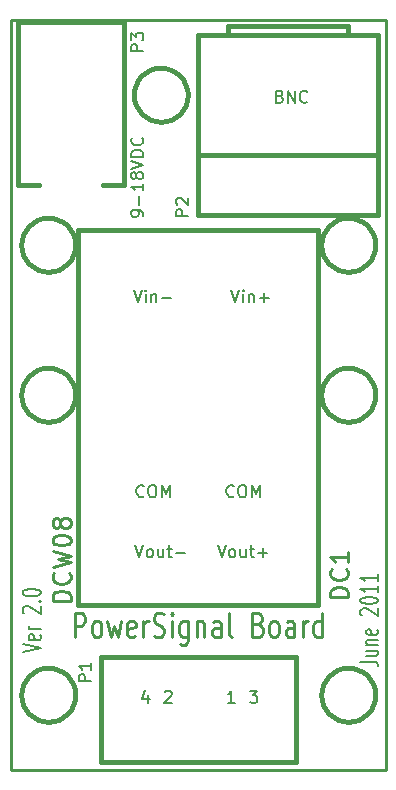
<source format=gto>
G04 (created by PCBNEW-RS274X (2010-03-14)-final) date Fri 10 Jun 2011 04:11:06 PM PDT*
G01*
G70*
G90*
%MOIN*%
G04 Gerber Fmt 3.4, Leading zero omitted, Abs format*
%FSLAX34Y34*%
G04 APERTURE LIST*
%ADD10C,0.006000*%
%ADD11C,0.009000*%
%ADD12C,0.006700*%
%ADD13C,0.010000*%
%ADD14C,0.015000*%
G04 APERTURE END LIST*
G54D10*
G54D11*
X52250Y-29000D02*
X52250Y-54000D01*
X64750Y-29000D02*
X52250Y-29000D01*
X64750Y-54000D02*
X64750Y-29000D01*
X52250Y-54000D02*
X64750Y-54000D01*
G54D12*
X63893Y-50390D02*
X64321Y-50390D01*
X64407Y-50410D01*
X64464Y-50448D01*
X64493Y-50505D01*
X64493Y-50543D01*
X64093Y-50028D02*
X64493Y-50028D01*
X64093Y-50200D02*
X64407Y-50200D01*
X64464Y-50181D01*
X64493Y-50143D01*
X64493Y-50085D01*
X64464Y-50047D01*
X64436Y-50028D01*
X64093Y-49838D02*
X64493Y-49838D01*
X64150Y-49838D02*
X64121Y-49819D01*
X64093Y-49781D01*
X64093Y-49723D01*
X64121Y-49685D01*
X64179Y-49666D01*
X64493Y-49666D01*
X64464Y-49323D02*
X64493Y-49361D01*
X64493Y-49438D01*
X64464Y-49476D01*
X64407Y-49495D01*
X64179Y-49495D01*
X64121Y-49476D01*
X64093Y-49438D01*
X64093Y-49361D01*
X64121Y-49323D01*
X64179Y-49304D01*
X64236Y-49304D01*
X64293Y-49495D01*
X63950Y-48847D02*
X63921Y-48828D01*
X63893Y-48790D01*
X63893Y-48694D01*
X63921Y-48656D01*
X63950Y-48637D01*
X64007Y-48618D01*
X64064Y-48618D01*
X64150Y-48637D01*
X64493Y-48866D01*
X64493Y-48618D01*
X63893Y-48371D02*
X63893Y-48332D01*
X63921Y-48294D01*
X63950Y-48275D01*
X64007Y-48256D01*
X64121Y-48237D01*
X64264Y-48237D01*
X64379Y-48256D01*
X64436Y-48275D01*
X64464Y-48294D01*
X64493Y-48332D01*
X64493Y-48371D01*
X64464Y-48409D01*
X64436Y-48428D01*
X64379Y-48447D01*
X64264Y-48466D01*
X64121Y-48466D01*
X64007Y-48447D01*
X63950Y-48428D01*
X63921Y-48409D01*
X63893Y-48371D01*
X64493Y-47856D02*
X64493Y-48085D01*
X64493Y-47971D02*
X63893Y-47971D01*
X63979Y-48009D01*
X64036Y-48047D01*
X64064Y-48085D01*
X64493Y-47475D02*
X64493Y-47704D01*
X64493Y-47590D02*
X63893Y-47590D01*
X63979Y-47628D01*
X64036Y-47666D01*
X64064Y-47704D01*
X52643Y-50057D02*
X53243Y-49924D01*
X52643Y-49790D01*
X53214Y-49504D02*
X53243Y-49542D01*
X53243Y-49619D01*
X53214Y-49657D01*
X53157Y-49676D01*
X52929Y-49676D01*
X52871Y-49657D01*
X52843Y-49619D01*
X52843Y-49542D01*
X52871Y-49504D01*
X52929Y-49485D01*
X52986Y-49485D01*
X53043Y-49676D01*
X53243Y-49314D02*
X52843Y-49314D01*
X52957Y-49314D02*
X52900Y-49295D01*
X52871Y-49276D01*
X52843Y-49238D01*
X52843Y-49199D01*
X52700Y-48780D02*
X52671Y-48761D01*
X52643Y-48723D01*
X52643Y-48627D01*
X52671Y-48589D01*
X52700Y-48570D01*
X52757Y-48551D01*
X52814Y-48551D01*
X52900Y-48570D01*
X53243Y-48799D01*
X53243Y-48551D01*
X53186Y-48380D02*
X53214Y-48361D01*
X53243Y-48380D01*
X53214Y-48399D01*
X53186Y-48380D01*
X53243Y-48380D01*
X52643Y-48114D02*
X52643Y-48075D01*
X52671Y-48037D01*
X52700Y-48018D01*
X52757Y-47999D01*
X52871Y-47980D01*
X53014Y-47980D01*
X53129Y-47999D01*
X53186Y-48018D01*
X53214Y-48037D01*
X53243Y-48075D01*
X53243Y-48114D01*
X53214Y-48152D01*
X53186Y-48171D01*
X53129Y-48190D01*
X53014Y-48209D01*
X52871Y-48209D01*
X52757Y-48190D01*
X52700Y-48171D01*
X52671Y-48152D01*
X52643Y-48114D01*
G54D13*
X54386Y-49574D02*
X54386Y-48774D01*
X54614Y-48774D01*
X54672Y-48812D01*
X54700Y-48850D01*
X54729Y-48926D01*
X54729Y-49040D01*
X54700Y-49117D01*
X54672Y-49155D01*
X54614Y-49193D01*
X54386Y-49193D01*
X55072Y-49574D02*
X55014Y-49536D01*
X54986Y-49498D01*
X54957Y-49421D01*
X54957Y-49193D01*
X54986Y-49117D01*
X55014Y-49079D01*
X55072Y-49040D01*
X55157Y-49040D01*
X55214Y-49079D01*
X55243Y-49117D01*
X55272Y-49193D01*
X55272Y-49421D01*
X55243Y-49498D01*
X55214Y-49536D01*
X55157Y-49574D01*
X55072Y-49574D01*
X55472Y-49040D02*
X55586Y-49574D01*
X55700Y-49193D01*
X55815Y-49574D01*
X55929Y-49040D01*
X56386Y-49536D02*
X56329Y-49574D01*
X56215Y-49574D01*
X56158Y-49536D01*
X56129Y-49460D01*
X56129Y-49155D01*
X56158Y-49079D01*
X56215Y-49040D01*
X56329Y-49040D01*
X56386Y-49079D01*
X56415Y-49155D01*
X56415Y-49231D01*
X56129Y-49307D01*
X56672Y-49574D02*
X56672Y-49040D01*
X56672Y-49193D02*
X56700Y-49117D01*
X56729Y-49079D01*
X56786Y-49040D01*
X56843Y-49040D01*
X57014Y-49536D02*
X57100Y-49574D01*
X57243Y-49574D01*
X57300Y-49536D01*
X57329Y-49498D01*
X57357Y-49421D01*
X57357Y-49345D01*
X57329Y-49269D01*
X57300Y-49231D01*
X57243Y-49193D01*
X57129Y-49155D01*
X57071Y-49117D01*
X57043Y-49079D01*
X57014Y-49002D01*
X57014Y-48926D01*
X57043Y-48850D01*
X57071Y-48812D01*
X57129Y-48774D01*
X57271Y-48774D01*
X57357Y-48812D01*
X57614Y-49574D02*
X57614Y-49040D01*
X57614Y-48774D02*
X57585Y-48812D01*
X57614Y-48850D01*
X57642Y-48812D01*
X57614Y-48774D01*
X57614Y-48850D01*
X58157Y-49040D02*
X58157Y-49688D01*
X58128Y-49764D01*
X58100Y-49802D01*
X58043Y-49840D01*
X57957Y-49840D01*
X57900Y-49802D01*
X58157Y-49536D02*
X58100Y-49574D01*
X57986Y-49574D01*
X57928Y-49536D01*
X57900Y-49498D01*
X57871Y-49421D01*
X57871Y-49193D01*
X57900Y-49117D01*
X57928Y-49079D01*
X57986Y-49040D01*
X58100Y-49040D01*
X58157Y-49079D01*
X58443Y-49040D02*
X58443Y-49574D01*
X58443Y-49117D02*
X58471Y-49079D01*
X58529Y-49040D01*
X58614Y-49040D01*
X58671Y-49079D01*
X58700Y-49155D01*
X58700Y-49574D01*
X59243Y-49574D02*
X59243Y-49155D01*
X59214Y-49079D01*
X59157Y-49040D01*
X59043Y-49040D01*
X58986Y-49079D01*
X59243Y-49536D02*
X59186Y-49574D01*
X59043Y-49574D01*
X58986Y-49536D01*
X58957Y-49460D01*
X58957Y-49383D01*
X58986Y-49307D01*
X59043Y-49269D01*
X59186Y-49269D01*
X59243Y-49231D01*
X59615Y-49574D02*
X59557Y-49536D01*
X59529Y-49460D01*
X59529Y-48774D01*
X60500Y-49155D02*
X60586Y-49193D01*
X60614Y-49231D01*
X60643Y-49307D01*
X60643Y-49421D01*
X60614Y-49498D01*
X60586Y-49536D01*
X60528Y-49574D01*
X60300Y-49574D01*
X60300Y-48774D01*
X60500Y-48774D01*
X60557Y-48812D01*
X60586Y-48850D01*
X60614Y-48926D01*
X60614Y-49002D01*
X60586Y-49079D01*
X60557Y-49117D01*
X60500Y-49155D01*
X60300Y-49155D01*
X60986Y-49574D02*
X60928Y-49536D01*
X60900Y-49498D01*
X60871Y-49421D01*
X60871Y-49193D01*
X60900Y-49117D01*
X60928Y-49079D01*
X60986Y-49040D01*
X61071Y-49040D01*
X61128Y-49079D01*
X61157Y-49117D01*
X61186Y-49193D01*
X61186Y-49421D01*
X61157Y-49498D01*
X61128Y-49536D01*
X61071Y-49574D01*
X60986Y-49574D01*
X61700Y-49574D02*
X61700Y-49155D01*
X61671Y-49079D01*
X61614Y-49040D01*
X61500Y-49040D01*
X61443Y-49079D01*
X61700Y-49536D02*
X61643Y-49574D01*
X61500Y-49574D01*
X61443Y-49536D01*
X61414Y-49460D01*
X61414Y-49383D01*
X61443Y-49307D01*
X61500Y-49269D01*
X61643Y-49269D01*
X61700Y-49231D01*
X61986Y-49574D02*
X61986Y-49040D01*
X61986Y-49193D02*
X62014Y-49117D01*
X62043Y-49079D01*
X62100Y-49040D01*
X62157Y-49040D01*
X62614Y-49574D02*
X62614Y-48774D01*
X62614Y-49536D02*
X62557Y-49574D01*
X62443Y-49574D01*
X62385Y-49536D01*
X62357Y-49498D01*
X62328Y-49421D01*
X62328Y-49193D01*
X62357Y-49117D01*
X62385Y-49079D01*
X62443Y-49040D01*
X62557Y-49040D01*
X62614Y-49079D01*
G54D14*
X64500Y-29500D02*
X64500Y-35500D01*
X58500Y-29500D02*
X58500Y-35500D01*
X59500Y-29500D02*
X59500Y-29200D01*
X59500Y-29200D02*
X63500Y-29200D01*
X63500Y-29200D02*
X63500Y-29500D01*
X58500Y-33500D02*
X64500Y-33500D01*
X58500Y-29500D02*
X64500Y-29500D01*
X58500Y-35500D02*
X64500Y-35500D01*
X61750Y-53750D02*
X61750Y-50250D01*
X61750Y-50250D02*
X55250Y-50250D01*
X55250Y-50250D02*
X55250Y-53750D01*
X61750Y-53750D02*
X55250Y-53750D01*
X53187Y-34500D02*
X52478Y-34500D01*
X52478Y-34500D02*
X52478Y-29067D01*
X52478Y-29067D02*
X55982Y-29067D01*
X55982Y-29067D02*
X56022Y-29067D01*
X56022Y-29067D02*
X56022Y-34500D01*
X56022Y-34500D02*
X55313Y-34500D01*
X54500Y-36000D02*
X54500Y-48500D01*
X54500Y-48500D02*
X62500Y-48500D01*
X62500Y-48500D02*
X62500Y-36000D01*
X62500Y-36000D02*
X54500Y-36000D01*
X64400Y-41500D02*
X64382Y-41674D01*
X64332Y-41842D01*
X64249Y-41998D01*
X64138Y-42134D01*
X64003Y-42246D01*
X63848Y-42329D01*
X63680Y-42381D01*
X63506Y-42399D01*
X63332Y-42384D01*
X63163Y-42334D01*
X63008Y-42253D01*
X62871Y-42143D01*
X62758Y-42008D01*
X62673Y-41854D01*
X62620Y-41687D01*
X62601Y-41512D01*
X62615Y-41338D01*
X62664Y-41169D01*
X62744Y-41013D01*
X62853Y-40875D01*
X62987Y-40761D01*
X63140Y-40676D01*
X63307Y-40621D01*
X63482Y-40601D01*
X63656Y-40614D01*
X63825Y-40661D01*
X63982Y-40741D01*
X64120Y-40849D01*
X64235Y-40982D01*
X64322Y-41134D01*
X64377Y-41301D01*
X64399Y-41475D01*
X64400Y-41500D01*
X54400Y-51500D02*
X54382Y-51674D01*
X54332Y-51842D01*
X54249Y-51998D01*
X54138Y-52134D01*
X54003Y-52246D01*
X53848Y-52329D01*
X53680Y-52381D01*
X53506Y-52399D01*
X53332Y-52384D01*
X53163Y-52334D01*
X53008Y-52253D01*
X52871Y-52143D01*
X52758Y-52008D01*
X52673Y-51854D01*
X52620Y-51687D01*
X52601Y-51512D01*
X52615Y-51338D01*
X52664Y-51169D01*
X52744Y-51013D01*
X52853Y-50875D01*
X52987Y-50761D01*
X53140Y-50676D01*
X53307Y-50621D01*
X53482Y-50601D01*
X53656Y-50614D01*
X53825Y-50661D01*
X53982Y-50741D01*
X54120Y-50849D01*
X54235Y-50982D01*
X54322Y-51134D01*
X54377Y-51301D01*
X54399Y-51475D01*
X54400Y-51500D01*
X64400Y-51500D02*
X64382Y-51674D01*
X64332Y-51842D01*
X64249Y-51998D01*
X64138Y-52134D01*
X64003Y-52246D01*
X63848Y-52329D01*
X63680Y-52381D01*
X63506Y-52399D01*
X63332Y-52384D01*
X63163Y-52334D01*
X63008Y-52253D01*
X62871Y-52143D01*
X62758Y-52008D01*
X62673Y-51854D01*
X62620Y-51687D01*
X62601Y-51512D01*
X62615Y-51338D01*
X62664Y-51169D01*
X62744Y-51013D01*
X62853Y-50875D01*
X62987Y-50761D01*
X63140Y-50676D01*
X63307Y-50621D01*
X63482Y-50601D01*
X63656Y-50614D01*
X63825Y-50661D01*
X63982Y-50741D01*
X64120Y-50849D01*
X64235Y-50982D01*
X64322Y-51134D01*
X64377Y-51301D01*
X64399Y-51475D01*
X64400Y-51500D01*
X54400Y-41500D02*
X54382Y-41674D01*
X54332Y-41842D01*
X54249Y-41998D01*
X54138Y-42134D01*
X54003Y-42246D01*
X53848Y-42329D01*
X53680Y-42381D01*
X53506Y-42399D01*
X53332Y-42384D01*
X53163Y-42334D01*
X53008Y-42253D01*
X52871Y-42143D01*
X52758Y-42008D01*
X52673Y-41854D01*
X52620Y-41687D01*
X52601Y-41512D01*
X52615Y-41338D01*
X52664Y-41169D01*
X52744Y-41013D01*
X52853Y-40875D01*
X52987Y-40761D01*
X53140Y-40676D01*
X53307Y-40621D01*
X53482Y-40601D01*
X53656Y-40614D01*
X53825Y-40661D01*
X53982Y-40741D01*
X54120Y-40849D01*
X54235Y-40982D01*
X54322Y-41134D01*
X54377Y-41301D01*
X54399Y-41475D01*
X54400Y-41500D01*
X64400Y-36500D02*
X64382Y-36674D01*
X64332Y-36842D01*
X64249Y-36998D01*
X64138Y-37134D01*
X64003Y-37246D01*
X63848Y-37329D01*
X63680Y-37381D01*
X63506Y-37399D01*
X63332Y-37384D01*
X63163Y-37334D01*
X63008Y-37253D01*
X62871Y-37143D01*
X62758Y-37008D01*
X62673Y-36854D01*
X62620Y-36687D01*
X62601Y-36512D01*
X62615Y-36338D01*
X62664Y-36169D01*
X62744Y-36013D01*
X62853Y-35875D01*
X62987Y-35761D01*
X63140Y-35676D01*
X63307Y-35621D01*
X63482Y-35601D01*
X63656Y-35614D01*
X63825Y-35661D01*
X63982Y-35741D01*
X64120Y-35849D01*
X64235Y-35982D01*
X64322Y-36134D01*
X64377Y-36301D01*
X64399Y-36475D01*
X64400Y-36500D01*
X58150Y-31500D02*
X58132Y-31674D01*
X58082Y-31842D01*
X57999Y-31998D01*
X57888Y-32134D01*
X57753Y-32246D01*
X57598Y-32329D01*
X57430Y-32381D01*
X57256Y-32399D01*
X57082Y-32384D01*
X56913Y-32334D01*
X56758Y-32253D01*
X56621Y-32143D01*
X56508Y-32008D01*
X56423Y-31854D01*
X56370Y-31687D01*
X56351Y-31512D01*
X56365Y-31338D01*
X56414Y-31169D01*
X56494Y-31013D01*
X56603Y-30875D01*
X56737Y-30761D01*
X56890Y-30676D01*
X57057Y-30621D01*
X57232Y-30601D01*
X57406Y-30614D01*
X57575Y-30661D01*
X57732Y-30741D01*
X57870Y-30849D01*
X57985Y-30982D01*
X58072Y-31134D01*
X58127Y-31301D01*
X58149Y-31475D01*
X58150Y-31500D01*
X54400Y-36500D02*
X54382Y-36674D01*
X54332Y-36842D01*
X54249Y-36998D01*
X54138Y-37134D01*
X54003Y-37246D01*
X53848Y-37329D01*
X53680Y-37381D01*
X53506Y-37399D01*
X53332Y-37384D01*
X53163Y-37334D01*
X53008Y-37253D01*
X52871Y-37143D01*
X52758Y-37008D01*
X52673Y-36854D01*
X52620Y-36687D01*
X52601Y-36512D01*
X52615Y-36338D01*
X52664Y-36169D01*
X52744Y-36013D01*
X52853Y-35875D01*
X52987Y-35761D01*
X53140Y-35676D01*
X53307Y-35621D01*
X53482Y-35601D01*
X53656Y-35614D01*
X53825Y-35661D01*
X53982Y-35741D01*
X54120Y-35849D01*
X54235Y-35982D01*
X54322Y-36134D01*
X54377Y-36301D01*
X54399Y-36475D01*
X54400Y-36500D01*
G54D12*
X58162Y-35545D02*
X57762Y-35545D01*
X57762Y-35392D01*
X57781Y-35354D01*
X57800Y-35335D01*
X57838Y-35316D01*
X57895Y-35316D01*
X57933Y-35335D01*
X57952Y-35354D01*
X57971Y-35392D01*
X57971Y-35545D01*
X57800Y-35164D02*
X57781Y-35145D01*
X57762Y-35107D01*
X57762Y-35011D01*
X57781Y-34973D01*
X57800Y-34954D01*
X57838Y-34935D01*
X57876Y-34935D01*
X57933Y-34954D01*
X58162Y-35183D01*
X58162Y-34935D01*
X61220Y-31552D02*
X61277Y-31571D01*
X61296Y-31590D01*
X61315Y-31629D01*
X61315Y-31686D01*
X61296Y-31724D01*
X61277Y-31743D01*
X61239Y-31762D01*
X61086Y-31762D01*
X61086Y-31362D01*
X61220Y-31362D01*
X61258Y-31381D01*
X61277Y-31400D01*
X61296Y-31438D01*
X61296Y-31476D01*
X61277Y-31514D01*
X61258Y-31533D01*
X61220Y-31552D01*
X61086Y-31552D01*
X61486Y-31762D02*
X61486Y-31362D01*
X61715Y-31762D01*
X61715Y-31362D01*
X62134Y-31724D02*
X62115Y-31743D01*
X62058Y-31762D01*
X62020Y-31762D01*
X61962Y-31743D01*
X61924Y-31705D01*
X61905Y-31667D01*
X61886Y-31590D01*
X61886Y-31533D01*
X61905Y-31457D01*
X61924Y-31419D01*
X61962Y-31381D01*
X62020Y-31362D01*
X62058Y-31362D01*
X62115Y-31381D01*
X62134Y-31400D01*
X54912Y-51045D02*
X54512Y-51045D01*
X54512Y-50892D01*
X54531Y-50854D01*
X54550Y-50835D01*
X54588Y-50816D01*
X54645Y-50816D01*
X54683Y-50835D01*
X54702Y-50854D01*
X54721Y-50892D01*
X54721Y-51045D01*
X54912Y-50435D02*
X54912Y-50664D01*
X54912Y-50550D02*
X54512Y-50550D01*
X54569Y-50588D01*
X54607Y-50626D01*
X54626Y-50664D01*
X60217Y-51362D02*
X60465Y-51362D01*
X60331Y-51514D01*
X60389Y-51514D01*
X60427Y-51533D01*
X60446Y-51552D01*
X60465Y-51590D01*
X60465Y-51686D01*
X60446Y-51724D01*
X60427Y-51743D01*
X60389Y-51762D01*
X60274Y-51762D01*
X60236Y-51743D01*
X60217Y-51724D01*
X59715Y-51762D02*
X59486Y-51762D01*
X59600Y-51762D02*
X59600Y-51362D01*
X59562Y-51419D01*
X59524Y-51457D01*
X59486Y-51476D01*
X57386Y-51400D02*
X57405Y-51381D01*
X57443Y-51362D01*
X57539Y-51362D01*
X57577Y-51381D01*
X57596Y-51400D01*
X57615Y-51438D01*
X57615Y-51476D01*
X57596Y-51533D01*
X57367Y-51762D01*
X57615Y-51762D01*
X56827Y-51495D02*
X56827Y-51762D01*
X56731Y-51343D02*
X56636Y-51629D01*
X56884Y-51629D01*
X56662Y-30045D02*
X56262Y-30045D01*
X56262Y-29892D01*
X56281Y-29854D01*
X56300Y-29835D01*
X56338Y-29816D01*
X56395Y-29816D01*
X56433Y-29835D01*
X56452Y-29854D01*
X56471Y-29892D01*
X56471Y-30045D01*
X56262Y-29683D02*
X56262Y-29435D01*
X56414Y-29569D01*
X56414Y-29511D01*
X56433Y-29473D01*
X56452Y-29454D01*
X56490Y-29435D01*
X56586Y-29435D01*
X56624Y-29454D01*
X56643Y-29473D01*
X56662Y-29511D01*
X56662Y-29626D01*
X56643Y-29664D01*
X56624Y-29683D01*
X56662Y-35526D02*
X56662Y-35450D01*
X56643Y-35411D01*
X56624Y-35392D01*
X56567Y-35354D01*
X56490Y-35335D01*
X56338Y-35335D01*
X56300Y-35354D01*
X56281Y-35373D01*
X56262Y-35411D01*
X56262Y-35488D01*
X56281Y-35526D01*
X56300Y-35545D01*
X56338Y-35564D01*
X56433Y-35564D01*
X56471Y-35545D01*
X56490Y-35526D01*
X56510Y-35488D01*
X56510Y-35411D01*
X56490Y-35373D01*
X56471Y-35354D01*
X56433Y-35335D01*
X56510Y-35164D02*
X56510Y-34859D01*
X56662Y-34459D02*
X56662Y-34688D01*
X56662Y-34574D02*
X56262Y-34574D01*
X56319Y-34612D01*
X56357Y-34650D01*
X56376Y-34688D01*
X56433Y-34231D02*
X56414Y-34269D01*
X56395Y-34288D01*
X56357Y-34307D01*
X56338Y-34307D01*
X56300Y-34288D01*
X56281Y-34269D01*
X56262Y-34231D01*
X56262Y-34154D01*
X56281Y-34116D01*
X56300Y-34097D01*
X56338Y-34078D01*
X56357Y-34078D01*
X56395Y-34097D01*
X56414Y-34116D01*
X56433Y-34154D01*
X56433Y-34231D01*
X56452Y-34269D01*
X56471Y-34288D01*
X56510Y-34307D01*
X56586Y-34307D01*
X56624Y-34288D01*
X56643Y-34269D01*
X56662Y-34231D01*
X56662Y-34154D01*
X56643Y-34116D01*
X56624Y-34097D01*
X56586Y-34078D01*
X56510Y-34078D01*
X56471Y-34097D01*
X56452Y-34116D01*
X56433Y-34154D01*
X56262Y-33964D02*
X56662Y-33831D01*
X56262Y-33697D01*
X56662Y-33564D02*
X56262Y-33564D01*
X56262Y-33469D01*
X56281Y-33411D01*
X56319Y-33373D01*
X56357Y-33354D01*
X56433Y-33335D01*
X56490Y-33335D01*
X56567Y-33354D01*
X56605Y-33373D01*
X56643Y-33411D01*
X56662Y-33469D01*
X56662Y-33564D01*
X56624Y-32935D02*
X56643Y-32954D01*
X56662Y-33011D01*
X56662Y-33049D01*
X56643Y-33107D01*
X56605Y-33145D01*
X56567Y-33164D01*
X56490Y-33183D01*
X56433Y-33183D01*
X56357Y-33164D01*
X56319Y-33145D01*
X56281Y-33107D01*
X56262Y-33049D01*
X56262Y-33011D01*
X56281Y-32954D01*
X56300Y-32935D01*
G54D13*
X63493Y-48242D02*
X62893Y-48242D01*
X62893Y-48099D01*
X62921Y-48014D01*
X62979Y-47956D01*
X63036Y-47928D01*
X63150Y-47899D01*
X63236Y-47899D01*
X63350Y-47928D01*
X63407Y-47956D01*
X63464Y-48014D01*
X63493Y-48099D01*
X63493Y-48242D01*
X63436Y-47299D02*
X63464Y-47328D01*
X63493Y-47414D01*
X63493Y-47471D01*
X63464Y-47556D01*
X63407Y-47614D01*
X63350Y-47642D01*
X63236Y-47671D01*
X63150Y-47671D01*
X63036Y-47642D01*
X62979Y-47614D01*
X62921Y-47556D01*
X62893Y-47471D01*
X62893Y-47414D01*
X62921Y-47328D01*
X62950Y-47299D01*
X63493Y-46728D02*
X63493Y-47071D01*
X63493Y-46899D02*
X62893Y-46899D01*
X62979Y-46956D01*
X63036Y-47014D01*
X63064Y-47071D01*
X54243Y-48371D02*
X53643Y-48371D01*
X53643Y-48228D01*
X53671Y-48143D01*
X53729Y-48085D01*
X53786Y-48057D01*
X53900Y-48028D01*
X53986Y-48028D01*
X54100Y-48057D01*
X54157Y-48085D01*
X54214Y-48143D01*
X54243Y-48228D01*
X54243Y-48371D01*
X54186Y-47428D02*
X54214Y-47457D01*
X54243Y-47543D01*
X54243Y-47600D01*
X54214Y-47685D01*
X54157Y-47743D01*
X54100Y-47771D01*
X53986Y-47800D01*
X53900Y-47800D01*
X53786Y-47771D01*
X53729Y-47743D01*
X53671Y-47685D01*
X53643Y-47600D01*
X53643Y-47543D01*
X53671Y-47457D01*
X53700Y-47428D01*
X53643Y-47228D02*
X54243Y-47085D01*
X53814Y-46971D01*
X54243Y-46857D01*
X53643Y-46714D01*
X53643Y-46371D02*
X53643Y-46314D01*
X53671Y-46257D01*
X53700Y-46228D01*
X53757Y-46199D01*
X53871Y-46171D01*
X54014Y-46171D01*
X54129Y-46199D01*
X54186Y-46228D01*
X54214Y-46257D01*
X54243Y-46314D01*
X54243Y-46371D01*
X54214Y-46428D01*
X54186Y-46457D01*
X54129Y-46485D01*
X54014Y-46514D01*
X53871Y-46514D01*
X53757Y-46485D01*
X53700Y-46457D01*
X53671Y-46428D01*
X53643Y-46371D01*
X53900Y-45828D02*
X53871Y-45886D01*
X53843Y-45914D01*
X53786Y-45943D01*
X53757Y-45943D01*
X53700Y-45914D01*
X53671Y-45886D01*
X53643Y-45828D01*
X53643Y-45714D01*
X53671Y-45657D01*
X53700Y-45628D01*
X53757Y-45600D01*
X53786Y-45600D01*
X53843Y-45628D01*
X53871Y-45657D01*
X53900Y-45714D01*
X53900Y-45828D01*
X53929Y-45886D01*
X53957Y-45914D01*
X54014Y-45943D01*
X54129Y-45943D01*
X54186Y-45914D01*
X54214Y-45886D01*
X54243Y-45828D01*
X54243Y-45714D01*
X54214Y-45657D01*
X54186Y-45628D01*
X54129Y-45600D01*
X54014Y-45600D01*
X53957Y-45628D01*
X53929Y-45657D01*
X53900Y-45714D01*
G54D12*
X59143Y-46512D02*
X59276Y-46912D01*
X59410Y-46512D01*
X59600Y-46912D02*
X59562Y-46893D01*
X59543Y-46874D01*
X59524Y-46836D01*
X59524Y-46721D01*
X59543Y-46683D01*
X59562Y-46664D01*
X59600Y-46645D01*
X59658Y-46645D01*
X59696Y-46664D01*
X59715Y-46683D01*
X59734Y-46721D01*
X59734Y-46836D01*
X59715Y-46874D01*
X59696Y-46893D01*
X59658Y-46912D01*
X59600Y-46912D01*
X60077Y-46645D02*
X60077Y-46912D01*
X59905Y-46645D02*
X59905Y-46855D01*
X59924Y-46893D01*
X59962Y-46912D01*
X60020Y-46912D01*
X60058Y-46893D01*
X60077Y-46874D01*
X60210Y-46645D02*
X60362Y-46645D01*
X60267Y-46512D02*
X60267Y-46855D01*
X60286Y-46893D01*
X60324Y-46912D01*
X60362Y-46912D01*
X60496Y-46760D02*
X60801Y-46760D01*
X60649Y-46912D02*
X60649Y-46607D01*
X56393Y-46512D02*
X56526Y-46912D01*
X56660Y-46512D01*
X56850Y-46912D02*
X56812Y-46893D01*
X56793Y-46874D01*
X56774Y-46836D01*
X56774Y-46721D01*
X56793Y-46683D01*
X56812Y-46664D01*
X56850Y-46645D01*
X56908Y-46645D01*
X56946Y-46664D01*
X56965Y-46683D01*
X56984Y-46721D01*
X56984Y-46836D01*
X56965Y-46874D01*
X56946Y-46893D01*
X56908Y-46912D01*
X56850Y-46912D01*
X57327Y-46645D02*
X57327Y-46912D01*
X57155Y-46645D02*
X57155Y-46855D01*
X57174Y-46893D01*
X57212Y-46912D01*
X57270Y-46912D01*
X57308Y-46893D01*
X57327Y-46874D01*
X57460Y-46645D02*
X57612Y-46645D01*
X57517Y-46512D02*
X57517Y-46855D01*
X57536Y-46893D01*
X57574Y-46912D01*
X57612Y-46912D01*
X57746Y-46760D02*
X58051Y-46760D01*
X59686Y-44874D02*
X59667Y-44893D01*
X59610Y-44912D01*
X59572Y-44912D01*
X59514Y-44893D01*
X59476Y-44855D01*
X59457Y-44817D01*
X59438Y-44740D01*
X59438Y-44683D01*
X59457Y-44607D01*
X59476Y-44569D01*
X59514Y-44531D01*
X59572Y-44512D01*
X59610Y-44512D01*
X59667Y-44531D01*
X59686Y-44550D01*
X59933Y-44512D02*
X60010Y-44512D01*
X60048Y-44531D01*
X60086Y-44569D01*
X60105Y-44645D01*
X60105Y-44779D01*
X60086Y-44855D01*
X60048Y-44893D01*
X60010Y-44912D01*
X59933Y-44912D01*
X59895Y-44893D01*
X59857Y-44855D01*
X59838Y-44779D01*
X59838Y-44645D01*
X59857Y-44569D01*
X59895Y-44531D01*
X59933Y-44512D01*
X60276Y-44912D02*
X60276Y-44512D01*
X60410Y-44798D01*
X60543Y-44512D01*
X60543Y-44912D01*
X56686Y-44874D02*
X56667Y-44893D01*
X56610Y-44912D01*
X56572Y-44912D01*
X56514Y-44893D01*
X56476Y-44855D01*
X56457Y-44817D01*
X56438Y-44740D01*
X56438Y-44683D01*
X56457Y-44607D01*
X56476Y-44569D01*
X56514Y-44531D01*
X56572Y-44512D01*
X56610Y-44512D01*
X56667Y-44531D01*
X56686Y-44550D01*
X56933Y-44512D02*
X57010Y-44512D01*
X57048Y-44531D01*
X57086Y-44569D01*
X57105Y-44645D01*
X57105Y-44779D01*
X57086Y-44855D01*
X57048Y-44893D01*
X57010Y-44912D01*
X56933Y-44912D01*
X56895Y-44893D01*
X56857Y-44855D01*
X56838Y-44779D01*
X56838Y-44645D01*
X56857Y-44569D01*
X56895Y-44531D01*
X56933Y-44512D01*
X57276Y-44912D02*
X57276Y-44512D01*
X57410Y-44798D01*
X57543Y-44512D01*
X57543Y-44912D01*
X56343Y-38012D02*
X56476Y-38412D01*
X56610Y-38012D01*
X56743Y-38412D02*
X56743Y-38145D01*
X56743Y-38012D02*
X56724Y-38031D01*
X56743Y-38050D01*
X56762Y-38031D01*
X56743Y-38012D01*
X56743Y-38050D01*
X56933Y-38145D02*
X56933Y-38412D01*
X56933Y-38183D02*
X56952Y-38164D01*
X56990Y-38145D01*
X57048Y-38145D01*
X57086Y-38164D01*
X57105Y-38202D01*
X57105Y-38412D01*
X57295Y-38260D02*
X57600Y-38260D01*
X59593Y-38012D02*
X59726Y-38412D01*
X59860Y-38012D01*
X59993Y-38412D02*
X59993Y-38145D01*
X59993Y-38012D02*
X59974Y-38031D01*
X59993Y-38050D01*
X60012Y-38031D01*
X59993Y-38012D01*
X59993Y-38050D01*
X60183Y-38145D02*
X60183Y-38412D01*
X60183Y-38183D02*
X60202Y-38164D01*
X60240Y-38145D01*
X60298Y-38145D01*
X60336Y-38164D01*
X60355Y-38202D01*
X60355Y-38412D01*
X60545Y-38260D02*
X60850Y-38260D01*
X60698Y-38412D02*
X60698Y-38107D01*
M02*

</source>
